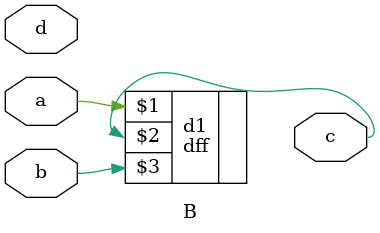
<source format=v>
module A(a,b,c,d);
input a,b;
output c,d;
dff d1(a,c,b);
endmodule

module B(a,b,c,d);
input a,b,d;
output c;
dff d1(a,c,b);
endmodule
</source>
